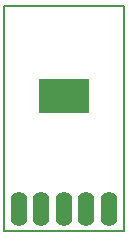
<source format=gbs>
G04 #@! TF.FileFunction,Soldermask,Bot*
%FSLAX46Y46*%
G04 Gerber Fmt 4.6, Leading zero omitted, Abs format (unit mm)*
G04 Created by KiCad (PCBNEW (2016-05-03 BZR 6266)-product) date Fri Jul 22 02:28:54 2016*
%MOMM*%
%LPD*%
G01*
G04 APERTURE LIST*
%ADD10C,0.350000*%
%ADD11C,0.150000*%
%ADD12R,4.210000X2.940000*%
%ADD13O,1.416000X2.940000*%
G04 APERTURE END LIST*
D10*
D11*
X104140000Y-116205000D02*
X104140000Y-135255000D01*
X114300000Y-116205000D02*
X104140000Y-116205000D01*
X114300000Y-135255000D02*
X114300000Y-116205000D01*
X104140000Y-135255000D02*
X114300000Y-135255000D01*
D12*
X109220000Y-123825000D03*
D13*
X105410000Y-133350000D03*
X107315000Y-133350000D03*
X109220000Y-133350000D03*
X113030000Y-133350000D03*
X111125000Y-133350000D03*
M02*

</source>
